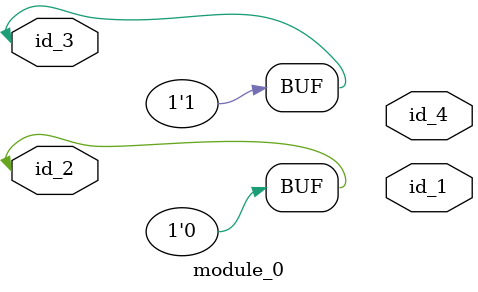
<source format=v>
module module_0 (
    id_1,
    id_2,
    id_3,
    id_4
);
  output id_4;
  inout id_3;
  inout id_2;
  output id_1;
  assign id_2 = id_3 - 1;
  assign id_3 = 1;
endmodule

</source>
